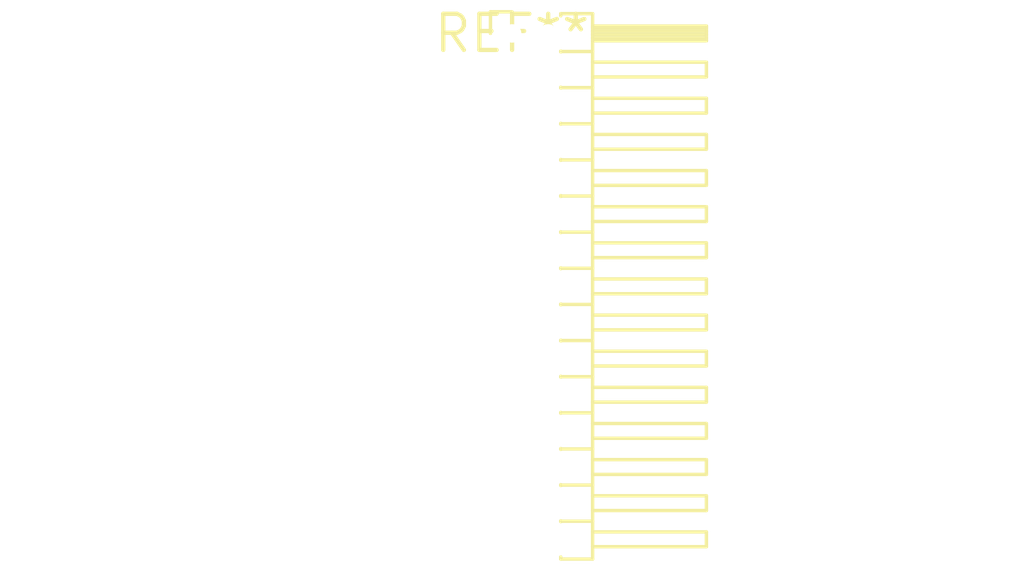
<source format=kicad_pcb>
(kicad_pcb (version 20240108) (generator pcbnew)
  (layers (0 "F.Cu" signal) (31 "B.Cu" signal) (34 "B.Paste" user) (35 "F.Paste" user) (36 "B.SilkS" user "B.Silkscreen") (37 "F.SilkS" user "F.Silkscreen") (38 "B.Mask" user) (39 "F.Mask" user) (44 "Edge.Cuts" user))
  (net 0 "")
  (footprint "PinHeader_2x15_P1.27mm_Horizontal" (layer "F.Cu") (at 0 0)
    (property "Reference" "REF**")
    (property "Value" "PinHeader_2x15_P1.27mm_Horizontal")
    (fp_line (start -0.76 -0.76) (end 0 -0.76) (layer "F.SilkS") (stroke (width 0.12)))
    (fp_line (start -0.76 0) (end -0.76 -0.76) (layer "F.SilkS") (stroke (width 0.12)))
    (fp_line (start 1.71 -0.695) (end 2.83 -0.695) (layer "F.SilkS") (stroke (width 0.12)))
    (fp_line (start 1.71 -0.619677) (end 1.71 -0.695) (layer "F.SilkS") (stroke (width 0.12)))
    (fp_line (start 1.71 0.619677) (end 1.71 0.650323) (layer "F.SilkS") (stroke (width 0.12)))
    (fp_line (start 1.71 0.635) (end 2.83 0.635) (layer "F.SilkS") (stroke (width 0.12)))
    (fp_line (start 1.71 1.889677) (end 1.71 1.920323) (layer "F.SilkS") (stroke (width 0.12)))
    (fp_line (start 1.71 1.905) (end 2.83 1.905) (layer "F.SilkS") (stroke (width 0.12)))
    (fp_line (start 1.71 3.159677) (end 1.71 3.190323) (layer "F.SilkS") (stroke (width 0.12)))
    (fp_line (start 1.71 3.175) (end 2.83 3.175) (layer "F.SilkS") (stroke (width 0.12)))
    (fp_line (start 1.71 4.429677) (end 1.71 4.460323) (layer "F.SilkS") (stroke (width 0.12)))
    (fp_line (start 1.71 4.445) (end 2.83 4.445) (layer "F.SilkS") (stroke (width 0.12)))
    (fp_line (start 1.71 5.699677) (end 1.71 5.730323) (layer "F.SilkS") (stroke (width 0.12)))
    (fp_line (start 1.71 5.715) (end 2.83 5.715) (layer "F.SilkS") (stroke (width 0.12)))
    (fp_line (start 1.71 6.969677) (end 1.71 7.000323) (layer "F.SilkS") (stroke (width 0.12)))
    (fp_line (start 1.71 6.985) (end 2.83 6.985) (layer "F.SilkS") (stroke (width 0.12)))
    (fp_line (start 1.71 8.239677) (end 1.71 8.270323) (layer "F.SilkS") (stroke (width 0.12)))
    (fp_line (start 1.71 8.255) (end 2.83 8.255) (layer "F.SilkS") (stroke (width 0.12)))
    (fp_line (start 1.71 9.509677) (end 1.71 9.540323) (layer "F.SilkS") (stroke (width 0.12)))
    (fp_line (start 1.71 9.525) (end 2.83 9.525) (layer "F.SilkS") (stroke (width 0.12)))
    (fp_line (start 1.71 10.779677) (end 1.71 10.810323) (layer "F.SilkS") (stroke (width 0.12)))
    (fp_line (start 1.71 10.795) (end 2.83 10.795) (layer "F.SilkS") (stroke (width 0.12)))
    (fp_line (start 1.71 12.049677) (end 1.71 12.080323) (layer "F.SilkS") (stroke (width 0.12)))
    (fp_line (start 1.71 12.065) (end 2.83 12.065) (layer "F.SilkS") (stroke (width 0.12)))
    (fp_line (start 1.71 13.319677) (end 1.71 13.350323) (layer "F.SilkS") (stroke (width 0.12)))
    (fp_line (start 1.71 13.335) (end 2.83 13.335) (layer "F.SilkS") (stroke (width 0.12)))
    (fp_line (start 1.71 14.589677) (end 1.71 14.620323) (layer "F.SilkS") (stroke (width 0.12)))
    (fp_line (start 1.71 14.605) (end 2.83 14.605) (layer "F.SilkS") (stroke (width 0.12)))
    (fp_line (start 1.71 15.859677) (end 1.71 15.890323) (layer "F.SilkS") (stroke (width 0.12)))
    (fp_line (start 1.71 15.875) (end 2.83 15.875) (layer "F.SilkS") (stroke (width 0.12)))
    (fp_line (start 1.71 17.129677) (end 1.71 17.160323) (layer "F.SilkS") (stroke (width 0.12)))
    (fp_line (start 1.71 17.145) (end 2.83 17.145) (layer "F.SilkS") (stroke (width 0.12)))
    (fp_line (start 1.71 18.475) (end 1.71 18.399677) (layer "F.SilkS") (stroke (width 0.12)))
    (fp_line (start 2.83 -0.695) (end 2.83 18.475) (layer "F.SilkS") (stroke (width 0.12)))
    (fp_line (start 2.83 -0.26) (end 6.83 -0.26) (layer "F.SilkS") (stroke (width 0.12)))
    (fp_line (start 2.83 -0.2) (end 6.83 -0.2) (layer "F.SilkS") (stroke (width 0.12)))
    (fp_line (start 2.83 -0.08) (end 6.83 -0.08) (layer "F.SilkS") (stroke (width 0.12)))
    (fp_line (start 2.83 0.04) (end 6.83 0.04) (layer "F.SilkS") (stroke (width 0.12)))
    (fp_line (start 2.83 0.16) (end 6.83 0.16) (layer "F.SilkS") (stroke (width 0.12)))
    (fp_line (start 2.83 1.01) (end 6.83 1.01) (layer "F.SilkS") (stroke (width 0.12)))
    (fp_line (start 2.83 2.28) (end 6.83 2.28) (layer "F.SilkS") (stroke (width 0.12)))
    (fp_line (start 2.83 3.55) (end 6.83 3.55) (layer "F.SilkS") (stroke (width 0.12)))
    (fp_line (start 2.83 4.82) (end 6.83 4.82) (layer "F.SilkS") (stroke (width 0.12)))
    (fp_line (start 2.83 6.09) (end 6.83 6.09) (layer "F.SilkS") (stroke (width 0.12)))
    (fp_line (start 2.83 7.36) (end 6.83 7.36) (layer "F.SilkS") (stroke (width 0.12)))
    (fp_line (start 2.83 8.63) (end 6.83 8.63) (layer "F.SilkS") (stroke (width 0.12)))
    (fp_line (start 2.83 9.9) (end 6.83 9.9) (layer "F.SilkS") (stroke (width 0.12)))
    (fp_line (start 2.83 11.17) (end 6.83 11.17) (layer "F.SilkS") (stroke (width 0.12)))
    (fp_line (start 2.83 12.44) (end 6.83 12.44) (layer "F.SilkS") (stroke (width 0.12)))
    (fp_line (start 2.83 13.71) (end 6.83 13.71) (layer "F.SilkS") (stroke (width 0.12)))
    (fp_line (start 2.83 14.98) (end 6.83 14.98) (layer "F.SilkS") (stroke (width 0.12)))
    (fp_line (start 2.83 16.25) (end 6.83 16.25) (layer "F.SilkS") (stroke (width 0.12)))
    (fp_line (start 2.83 17.52) (end 6.83 17.52) (layer "F.SilkS") (stroke (width 0.12)))
    (fp_line (start 2.83 18.475) (end 1.71 18.475) (layer "F.SilkS") (stroke (width 0.12)))
    (fp_line (start 6.83 -0.26) (end 6.83 0.26) (layer "F.SilkS") (stroke (width 0.12)))
    (fp_line (start 6.83 0.26) (end 2.83 0.26) (layer "F.SilkS") (stroke (width 0.12)))
    (fp_line (start 6.83 1.01) (end 6.83 1.53) (layer "F.SilkS") (stroke (width 0.12)))
    (fp_line (start 6.83 1.53) (end 2.83 1.53) (layer "F.SilkS") (stroke (width 0.12)))
    (fp_line (start 6.83 2.28) (end 6.83 2.8) (layer "F.SilkS") (stroke (width 0.12)))
    (fp_line (start 6.83 2.8) (end 2.83 2.8) (layer "F.SilkS") (stroke (width 0.12)))
    (fp_line (start 6.83 3.55) (end 6.83 4.07) (layer "F.SilkS") (stroke (width 0.12)))
    (fp_line (start 6.83 4.07) (end 2.83 4.07) (layer "F.SilkS") (stroke (width 0.12)))
    (fp_line (start 6.83 4.82) (end 6.83 5.34) (layer "F.SilkS") (stroke (width 0.12)))
    (fp_line (start 6.83 5.34) (end 2.83 5.34) (layer "F.SilkS") (stroke (width 0.12)))
    (fp_line (start 6.83 6.09) (end 6.83 6.61) (layer "F.SilkS") (stroke (width 0.12)))
    (fp_line (start 6.83 6.61) (end 2.83 6.61) (layer "F.SilkS") (stroke (width 0.12)))
    (fp_line (start 6.83 7.36) (end 6.83 7.88) (layer "F.SilkS") (stroke (width 0.12)))
    (fp_line (start 6.83 7.88) (end 2.83 7.88) (layer "F.SilkS") (stroke (width 0.12)))
    (fp_line (start 6.83 8.63) (end 6.83 9.15) (layer "F.SilkS") (stroke (width 0.12)))
    (fp_line (start 6.83 9.15) (end 2.83 9.15) (layer "F.SilkS") (stroke (width 0.12)))
    (fp_line (start 6.83 9.9) (end 6.83 10.42) (layer "F.SilkS") (stroke (width 0.12)))
    (fp_line (start 6.83 10.42) (end 2.83 10.42) (layer "F.SilkS") (stroke (width 0.12)))
    (fp_line (start 6.83 11.17) (end 6.83 11.69) (layer "F.SilkS") (stroke (width 0.12)))
    (fp_line (start 6.83 11.69) (end 2.83 11.69) (layer "F.SilkS") (stroke (width 0.12)))
    (fp_line (start 6.83 12.44) (end 6.83 12.96) (layer "F.SilkS") (stroke (width 0.12)))
    (fp_line (start 6.83 12.96) (end 2.83 12.96) (layer "F.SilkS") (stroke (width 0.12)))
    (fp_line (start 6.83 13.71) (end 6.83 14.23) (layer "F.SilkS") (stroke (width 0.12)))
    (fp_line (start 6.83 14.23) (end 2.83 14.23) (layer "F.SilkS") (stroke (width 0.12)))
    (fp_line (start 6.83 14.98) (end 6.83 15.5) (layer "F.SilkS") (stroke (width 0.12)))
    (fp_line (start 6.83 15.5) (end 2.83 15.5) (layer "F.SilkS") (stroke (width 0.12)))
    (fp_line (start 6.83 16.25) (end 6.83 16.77) (layer "F.SilkS") (stroke (width 0.12)))
    (fp_line (start 6.83 16.77) (end 2.83 16.77) (layer "F.SilkS") (stroke (width 0.12)))
    (fp_line (start 6.83 17.52) (end 6.83 18.04) (layer "F.SilkS") (stroke (width 0.12)))
    (fp_line (start 6.83 18.04) (end 2.83 18.04) (layer "F.SilkS") (stroke (width 0.12)))
    (pad "1" thru_hole rect (at 0 0) (size 1 1) (drill 0.65) (layers *.Cu *.Mask) (remove_unused_layers))
    (pad "2" thru_hole oval (at 1.27 0) (size 1 1) (drill 0.65) (layers *.Cu *.Mask) (remove_unused_layers))
    (pad "3" thru_hole oval (at 0 1.27) (size 1 1) (drill 0.65) (layers *.Cu *.Mask) (remove_unused_layers))
    (pad "4" thru_hole oval (at 1.27 1.27) (size 1 1) (drill 0.65) (layers *.Cu *.Mask) (remove_unused_layers))
    (pad "5" thru_hole oval (at 0 2.54) (size 1 1) (drill 0.65) (layers *.Cu *.Mask) (remove_unused_layers))
    (pad "6" thru_hole oval (at 1.27 2.54) (size 1 1) (drill 0.65) (layers *.Cu *.Mask) (remove_unused_layers))
    (pad "7" thru_hole oval (at 0 3.81) (size 1 1) (drill 0.65) (layers *.Cu *.Mask) (remove_unused_layers))
    (pad "8" thru_hole oval (at 1.27 3.81) (size 1 1) (drill 0.65) (layers *.Cu *.Mask) (remove_unused_layers))
    (pad "9" thru_hole oval (at 0 5.08) (size 1 1) (drill 0.65) (layers *.Cu *.Mask) (remove_unused_layers))
    (pad "10" thru_hole oval (at 1.27 5.08) (size 1 1) (drill 0.65) (layers *.Cu *.Mask) (remove_unused_layers))
    (pad "11" thru_hole oval (at 0 6.35) (size 1 1) (drill 0.65) (layers *.Cu *.Mask) (remove_unused_layers))
    (pad "12" thru_hole oval (at 1.27 6.35) (size 1 1) (drill 0.65) (layers *.Cu *.Mask) (remove_unused_layers))
    (pad "13" thru_hole oval (at 0 7.62) (size 1 1) (drill 0.65) (layers *.Cu *.Mask) (remove_unused_layers))
    (pad "14" thru_hole oval (at 1.27 7.62) (size 1 1) (drill 0.65) (layers *.Cu *.Mask) (remove_unused_layers))
    (pad "15" thru_hole oval (at 0 8.89) (size 1 1) (drill 0.65) (layers *.Cu *.Mask) (remove_unused_layers))
    (pad "16" thru_hole oval (at 1.27 8.89) (size 1 1) (drill 0.65) (layers *.Cu *.Mask) (remove_unused_layers))
    (pad "17" thru_hole oval (at 0 10.16) (size 1 1) (drill 0.65) (layers *.Cu *.Mask) (remove_unused_layers))
    (pad "18" thru_hole oval (at 1.27 10.16) (size 1 1) (drill 0.65) (layers *.Cu *.Mask) (remove_unused_layers))
    (pad "19" thru_hole oval (at 0 11.43) (size 1 1) (drill 0.65) (layers *.Cu *.Mask) (remove_unused_layers))
    (pad "20" thru_hole oval (at 1.27 11.43) (size 1 1) (drill 0.65) (layers *.Cu *.Mask) (remove_unused_layers))
    (pad "21" thru_hole oval (at 0 12.7) (size 1 1) (drill 0.65) (layers *.Cu *.Mask) (remove_unused_layers))
    (pad "22" thru_hole oval (at 1.27 12.7) (size 1 1) (drill 0.65) (layers *.Cu *.Mask) (remove_unused_layers))
    (pad "23" thru_hole oval (at 0 13.97) (size 1 1) (drill 0.65) (layers *.Cu *.Mask) (remove_unused_layers))
    (pad "24" thru_hole oval (at 1.27 13.97) (size 1 1) (drill 0.65) (layers *.Cu *.Mask) (remove_unused_layers))
    (pad "25" thru_hole oval (at 0 15.24) (size 1 1) (drill 0.65) (layers *.Cu *.Mask) (remove_unused_layers))
    (pad "26" thru_hole oval (at 1.27 15.24) (size 1 1) (drill 0.65) (layers *.Cu *.Mask) (remove_unused_layers))
    (pad "27" thru_hole oval (at 0 16.51) (size 1 1) (drill 0.65) (layers *.Cu *.Mask) (remove_unused_layers))
    (pad "28" thru_hole oval (at 1.27 16.51) (size 1 1) (drill 0.65) (layers *.Cu *.Mask) (remove_unused_layers))
    (pad "29" thru_hole oval (at 0 17.78) (size 1 1) (drill 0.65) (layers *.Cu *.Mask) (remove_unused_layers))
    (pad "30" thru_hole oval (at 1.27 17.78) (size 1 1) (drill 0.65) (layers *.Cu *.Mask) (remove_unused_layers))
  )
)
</source>
